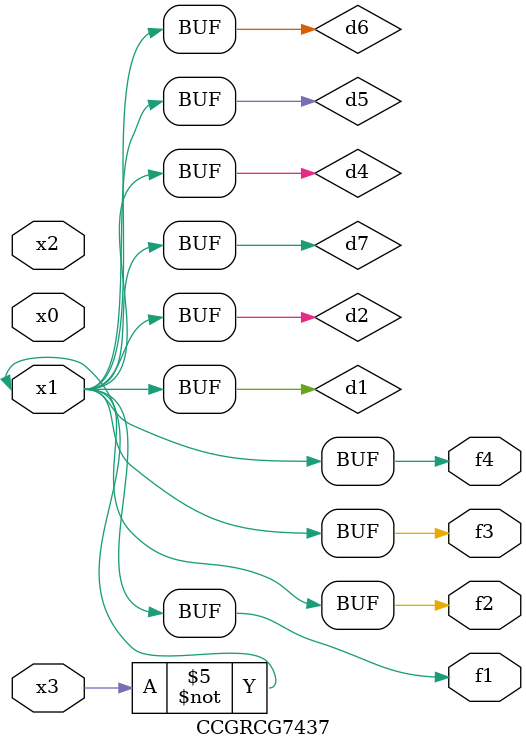
<source format=v>
module CCGRCG7437(
	input x0, x1, x2, x3,
	output f1, f2, f3, f4
);

	wire d1, d2, d3, d4, d5, d6, d7;

	not (d1, x3);
	buf (d2, x1);
	xnor (d3, d1, d2);
	nor (d4, d1);
	buf (d5, d1, d2);
	buf (d6, d4, d5);
	nand (d7, d4);
	assign f1 = d6;
	assign f2 = d7;
	assign f3 = d6;
	assign f4 = d6;
endmodule

</source>
